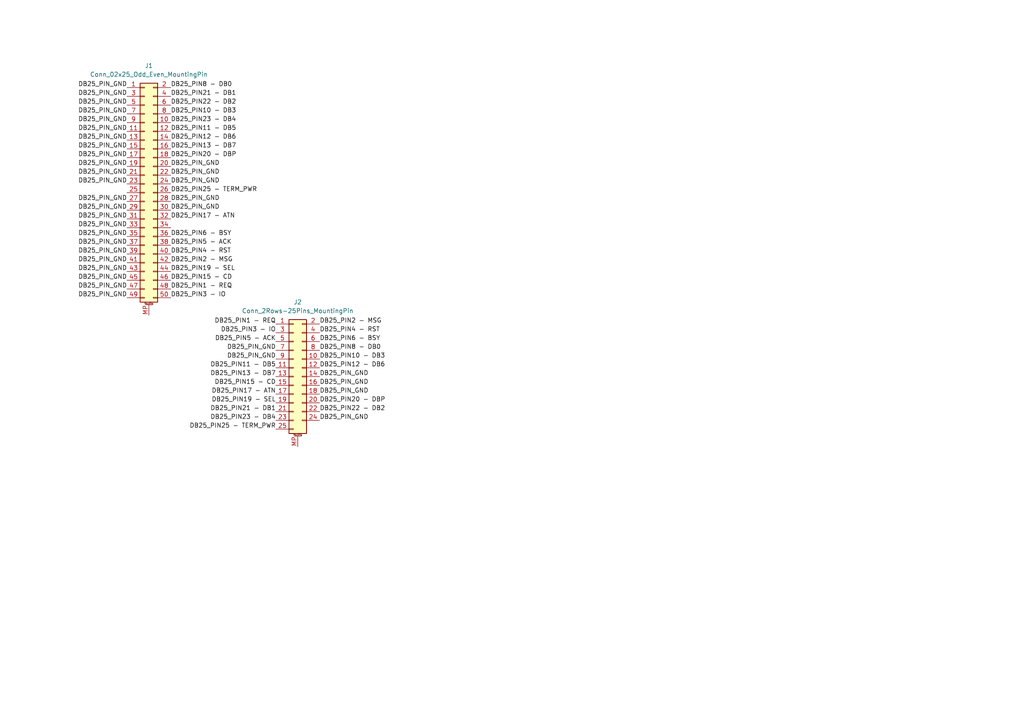
<source format=kicad_sch>
(kicad_sch (version 20231120) (generator "eeschema") (generator_version "8.0")
  (paper "A4")
  (lib_symbols
    (symbol "Connector_Generic_MountingPin:Conn_02x25_Odd_Even_MountingPin" (pin_names (offset 1.016) hide)
      (property "Reference" "J" (at 1.27 33.02 0))
      (property "Value" "Conn_02x25_Odd_Even_MountingPin" (at 2.54 -33.02 0))
      (symbol "Conn_02x25_Odd_Even_MountingPin_1_1"
        (rectangle (start -1.27 -30.353) (end 0 -30.607) (stroke (width 0.1524)))
        (rectangle (start -1.27 -27.813) (end 0 -28.067) (stroke (width 0.1524)))
        (rectangle (start -1.27 -25.273) (end 0 -25.527) (stroke (width 0.1524)))
        (rectangle (start -1.27 -22.733) (end 0 -22.987) (stroke (width 0.1524)))
        (rectangle (start -1.27 -20.193) (end 0 -20.447) (stroke (width 0.1524)))
        (rectangle (start -1.27 -17.653) (end 0 -17.907) (stroke (width 0.1524)))
        (rectangle (start -1.27 -15.113) (end 0 -15.367) (stroke (width 0.1524)))
        (rectangle (start -1.27 -12.573) (end 0 -12.827) (stroke (width 0.1524)))
        (rectangle (start -1.27 -10.033) (end 0 -10.287) (stroke (width 0.1524)))
        (rectangle (start -1.27 -7.493) (end 0 -7.747) (stroke (width 0.1524)))
        (rectangle (start -1.27 -4.953) (end 0 -5.207) (stroke (width 0.1524)))
        (rectangle (start -1.27 -2.413) (end 0 -2.667) (stroke (width 0.1524)))
        (rectangle (start -1.27 0.127) (end 0 -0.127) (stroke (width 0.1524)))
        (rectangle (start -1.27 2.667) (end 0 2.413) (stroke (width 0.1524)))
        (rectangle (start -1.27 5.207) (end 0 4.953) (stroke (width 0.1524)))
        (rectangle (start -1.27 7.747) (end 0 7.493) (stroke (width 0.1524)))
        (rectangle (start -1.27 10.287) (end 0 10.033) (stroke (width 0.1524)))
        (rectangle (start -1.27 12.827) (end 0 12.573) (stroke (width 0.1524)))
        (rectangle (start -1.27 15.367) (end 0 15.113) (stroke (width 0.1524)))
        (rectangle (start -1.27 17.907) (end 0 17.653) (stroke (width 0.1524)))
        (rectangle (start -1.27 20.447) (end 0 20.193) (stroke (width 0.1524)))
        (rectangle (start -1.27 22.987) (end 0 22.733) (stroke (width 0.1524)))
        (rectangle (start -1.27 25.527) (end 0 25.273) (stroke (width 0.1524)))
        (rectangle (start -1.27 28.067) (end 0 27.813) (stroke (width 0.1524)))
        (rectangle (start -1.27 30.607) (end 0 30.353) (stroke (width 0.1524)))
        (rectangle (start -1.27 31.75) (end 3.81 -31.75) (stroke (width 0.254)) (fill (type background)))
        (polyline (pts (xy 0.254 -32.512) (xy 2.286 -32.512)) (stroke (width 0.1524)))
        (rectangle (start 3.81 -30.353) (end 2.54 -30.607) (stroke (width 0.1524)))
        (rectangle (start 3.81 -27.813) (end 2.54 -28.067) (stroke (width 0.1524)))
        (rectangle (start 3.81 -25.273) (end 2.54 -25.527) (stroke (width 0.1524)))
        (rectangle (start 3.81 -22.733) (end 2.54 -22.987) (stroke (width 0.1524)))
        (rectangle (start 3.81 -20.193) (end 2.54 -20.447) (stroke (width 0.1524)))
        (rectangle (start 3.81 -17.653) (end 2.54 -17.907) (stroke (width 0.1524)))
        (rectangle (start 3.81 -15.113) (end 2.54 -15.367) (stroke (width 0.1524)))
        (rectangle (start 3.81 -12.573) (end 2.54 -12.827) (stroke (width 0.1524)))
        (rectangle (start 3.81 -10.033) (end 2.54 -10.287) (stroke (width 0.1524)))
        (rectangle (start 3.81 -7.493) (end 2.54 -7.747) (stroke (width 0.1524)))
        (rectangle (start 3.81 -4.953) (end 2.54 -5.207) (stroke (width 0.1524)))
        (rectangle (start 3.81 -2.413) (end 2.54 -2.667) (stroke (width 0.1524)))
        (rectangle (start 3.81 0.127) (end 2.54 -0.127) (stroke (width 0.1524)))
        (rectangle (start 3.81 2.667) (end 2.54 2.413) (stroke (width 0.1524)))
        (rectangle (start 3.81 5.207) (end 2.54 4.953) (stroke (width 0.1524)))
        (rectangle (start 3.81 7.747) (end 2.54 7.493) (stroke (width 0.1524)))
        (rectangle (start 3.81 10.287) (end 2.54 10.033) (stroke (width 0.1524)))
        (rectangle (start 3.81 12.827) (end 2.54 12.573) (stroke (width 0.1524)))
        (rectangle (start 3.81 15.367) (end 2.54 15.113) (stroke (width 0.1524)))
        (rectangle (start 3.81 17.907) (end 2.54 17.653) (stroke (width 0.1524)))
        (rectangle (start 3.81 20.447) (end 2.54 20.193) (stroke (width 0.1524)))
        (rectangle (start 3.81 22.987) (end 2.54 22.733) (stroke (width 0.1524)))
        (rectangle (start 3.81 25.527) (end 2.54 25.273) (stroke (width 0.1524)))
        (rectangle (start 3.81 28.067) (end 2.54 27.813) (stroke (width 0.1524)))
        (rectangle (start 3.81 30.607) (end 2.54 30.353) (stroke (width 0.1524)))
        (text "Mounting" (at 1.27 -32.131 0) (effects (font (size 0.381 0.381))))
        (pin passive line (at -5.08 30.48 0) (length 3.81) (name "Pin_1") (number "1"))
        (pin passive line (at 7.62 20.32 180) (length 3.81) (name "Pin_10") (number "10"))
        (pin passive line (at -5.08 17.78 0) (length 3.81) (name "Pin_11") (number "11"))
        (pin passive line (at 7.62 17.78 180) (length 3.81) (name "Pin_12") (number "12"))
        (pin passive line (at -5.08 15.24 0) (length 3.81) (name "Pin_13") (number "13"))
        (pin passive line (at 7.62 15.24 180) (length 3.81) (name "Pin_14") (number "14"))
        (pin passive line (at -5.08 12.7 0) (length 3.81) (name "Pin_15") (number "15"))
        (pin passive line (at 7.62 12.7 180) (length 3.81) (name "Pin_16") (number "16"))
        (pin passive line (at -5.08 10.16 0) (length 3.81) (name "Pin_17") (number "17"))
        (pin passive line (at 7.62 10.16 180) (length 3.81) (name "Pin_18") (number "18"))
        (pin passive line (at -5.08 7.62 0) (length 3.81) (name "Pin_19") (number "19"))
        (pin passive line (at 7.62 30.48 180) (length 3.81) (name "Pin_2") (number "2"))
        (pin passive line (at 7.62 7.62 180) (length 3.81) (name "Pin_20") (number "20"))
        (pin passive line (at -5.08 5.08 0) (length 3.81) (name "Pin_21") (number "21"))
        (pin passive line (at 7.62 5.08 180) (length 3.81) (name "Pin_22") (number "22"))
        (pin passive line (at -5.08 2.54 0) (length 3.81) (name "Pin_23") (number "23"))
        (pin passive line (at 7.62 2.54 180) (length 3.81) (name "Pin_24") (number "24"))
        (pin passive line (at -5.08 0 0) (length 3.81) (name "Pin_25") (number "25"))
        (pin passive line (at 7.62 0 180) (length 3.81) (name "Pin_26") (number "26"))
        (pin passive line (at -5.08 -2.54 0) (length 3.81) (name "Pin_27") (number "27"))
        (pin passive line (at 7.62 -2.54 180) (length 3.81) (name "Pin_28") (number "28"))
        (pin passive line (at -5.08 -5.08 0) (length 3.81) (name "Pin_29") (number "29"))
        (pin passive line (at -5.08 27.94 0) (length 3.81) (name "Pin_3") (number "3"))
        (pin passive line (at 7.62 -5.08 180) (length 3.81) (name "Pin_30") (number "30"))
        (pin passive line (at -5.08 -7.62 0) (length 3.81) (name "Pin_31") (number "31"))
        (pin passive line (at 7.62 -7.62 180) (length 3.81) (name "Pin_32") (number "32"))
        (pin passive line (at -5.08 -10.16 0) (length 3.81) (name "Pin_33") (number "33"))
        (pin passive line (at 7.62 -10.16 180) (length 3.81) (name "Pin_34") (number "34"))
        (pin passive line (at -5.08 -12.7 0) (length 3.81) (name "Pin_35") (number "35"))
        (pin passive line (at 7.62 -12.7 180) (length 3.81) (name "Pin_36") (number "36"))
        (pin passive line (at -5.08 -15.24 0) (length 3.81) (name "Pin_37") (number "37"))
        (pin passive line (at 7.62 -15.24 180) (length 3.81) (name "Pin_38") (number "38"))
        (pin passive line (at -5.08 -17.78 0) (length 3.81) (name "Pin_39") (number "39"))
        (pin passive line (at 7.62 27.94 180) (length 3.81) (name "Pin_4") (number "4"))
        (pin passive line (at 7.62 -17.78 180) (length 3.81) (name "Pin_40") (number "40"))
        (pin passive line (at -5.08 -20.32 0) (length 3.81) (name "Pin_41") (number "41"))
        (pin passive line (at 7.62 -20.32 180) (length 3.81) (name "Pin_42") (number "42"))
        (pin passive line (at -5.08 -22.86 0) (length 3.81) (name "Pin_43") (number "43"))
        (pin passive line (at 7.62 -22.86 180) (length 3.81) (name "Pin_44") (number "44"))
        (pin passive line (at -5.08 -25.4 0) (length 3.81) (name "Pin_45") (number "45"))
        (pin passive line (at 7.62 -25.4 180) (length 3.81) (name "Pin_46") (number "46"))
        (pin passive line (at -5.08 -27.94 0) (length 3.81) (name "Pin_47") (number "47"))
        (pin passive line (at 7.62 -27.94 180) (length 3.81) (name "Pin_48") (number "48"))
        (pin passive line (at -5.08 -30.48 0) (length 3.81) (name "Pin_49") (number "49"))
        (pin passive line (at -5.08 25.4 0) (length 3.81) (name "Pin_5") (number "5"))
        (pin passive line (at 7.62 -30.48 180) (length 3.81) (name "Pin_50") (number "50"))
        (pin passive line (at 7.62 25.4 180) (length 3.81) (name "Pin_6") (number "6"))
        (pin passive line (at -5.08 22.86 0) (length 3.81) (name "Pin_7") (number "7"))
        (pin passive line (at 7.62 22.86 180) (length 3.81) (name "Pin_8") (number "8"))
        (pin passive line (at -5.08 20.32 0) (length 3.81) (name "Pin_9") (number "9"))
        (pin passive line (at 1.27 -35.56 90) (length 3.048) (name "MountPin") (number "MP"))
      )
    )
    (symbol "Connector_Generic_MountingPin:Conn_2Rows-25Pins_MountingPin" (pin_names (offset 1.016) hide)
      (property "Reference" "J" (at 1.27 17.78 0))
      (property "Value" "Conn_2Rows-25Pins_MountingPin" (at 2.54 -17.78 0))
      (symbol "Conn_2Rows-25Pins_MountingPin_1_1"
        (rectangle (start -1.27 -15.113) (end 0 -15.367) (stroke (width 0.1524)))
        (rectangle (start -1.27 -12.573) (end 0 -12.827) (stroke (width 0.1524)))
        (rectangle (start -1.27 -10.033) (end 0 -10.287) (stroke (width 0.1524)))
        (rectangle (start -1.27 -7.493) (end 0 -7.747) (stroke (width 0.1524)))
        (rectangle (start -1.27 -4.953) (end 0 -5.207) (stroke (width 0.1524)))
        (rectangle (start -1.27 -2.413) (end 0 -2.667) (stroke (width 0.1524)))
        (rectangle (start -1.27 0.127) (end 0 -0.127) (stroke (width 0.1524)))
        (rectangle (start -1.27 2.667) (end 0 2.413) (stroke (width 0.1524)))
        (rectangle (start -1.27 5.207) (end 0 4.953) (stroke (width 0.1524)))
        (rectangle (start -1.27 7.747) (end 0 7.493) (stroke (width 0.1524)))
        (rectangle (start -1.27 10.287) (end 0 10.033) (stroke (width 0.1524)))
        (rectangle (start -1.27 12.827) (end 0 12.573) (stroke (width 0.1524)))
        (rectangle (start -1.27 15.367) (end 0 15.113) (stroke (width 0.1524)))
        (rectangle (start -1.27 16.51) (end 3.81 -16.51) (stroke (width 0.254)) (fill (type background)))
        (polyline (pts (xy 0.254 -17.272) (xy 2.286 -17.272)) (stroke (width 0.1524)))
        (rectangle (start 3.81 -12.573) (end 2.54 -12.827) (stroke (width 0.1524)))
        (rectangle (start 3.81 -10.033) (end 2.54 -10.287) (stroke (width 0.1524)))
        (rectangle (start 3.81 -7.493) (end 2.54 -7.747) (stroke (width 0.1524)))
        (rectangle (start 3.81 -4.953) (end 2.54 -5.207) (stroke (width 0.1524)))
        (rectangle (start 3.81 -2.413) (end 2.54 -2.667) (stroke (width 0.1524)))
        (rectangle (start 3.81 0.127) (end 2.54 -0.127) (stroke (width 0.1524)))
        (rectangle (start 3.81 2.667) (end 2.54 2.413) (stroke (width 0.1524)))
        (rectangle (start 3.81 5.207) (end 2.54 4.953) (stroke (width 0.1524)))
        (rectangle (start 3.81 7.747) (end 2.54 7.493) (stroke (width 0.1524)))
        (rectangle (start 3.81 10.287) (end 2.54 10.033) (stroke (width 0.1524)))
        (rectangle (start 3.81 12.827) (end 2.54 12.573) (stroke (width 0.1524)))
        (rectangle (start 3.81 15.367) (end 2.54 15.113) (stroke (width 0.1524)))
        (text "Mounting" (at 1.27 -16.891 0) (effects (font (size 0.381 0.381))))
        (pin passive line (at -5.08 15.24 0) (length 3.81) (name "Pin_1") (number "1"))
        (pin passive line (at 7.62 5.08 180) (length 3.81) (name "Pin_10") (number "10"))
        (pin passive line (at -5.08 2.54 0) (length 3.81) (name "Pin_11") (number "11"))
        (pin passive line (at 7.62 2.54 180) (length 3.81) (name "Pin_12") (number "12"))
        (pin passive line (at -5.08 0 0) (length 3.81) (name "Pin_13") (number "13"))
        (pin passive line (at 7.62 0 180) (length 3.81) (name "Pin_14") (number "14"))
        (pin passive line (at -5.08 -2.54 0) (length 3.81) (name "Pin_15") (number "15"))
        (pin passive line (at 7.62 -2.54 180) (length 3.81) (name "Pin_16") (number "16"))
        (pin passive line (at -5.08 -5.08 0) (length 3.81) (name "Pin_17") (number "17"))
        (pin passive line (at 7.62 -5.08 180) (length 3.81) (name "Pin_18") (number "18"))
        (pin passive line (at -5.08 -7.62 0) (length 3.81) (name "Pin_19") (number "19"))
        (pin passive line (at 7.62 15.24 180) (length 3.81) (name "Pin_2") (number "2"))
        (pin passive line (at 7.62 -7.62 180) (length 3.81) (name "Pin_20") (number "20"))
        (pin passive line (at -5.08 -10.16 0) (length 3.81) (name "Pin_21") (number "21"))
        (pin passive line (at 7.62 -10.16 180) (length 3.81) (name "Pin_22") (number "22"))
        (pin passive line (at -5.08 -12.7 0) (length 3.81) (name "Pin_23") (number "23"))
        (pin passive line (at 7.62 -12.7 180) (length 3.81) (name "Pin_24") (number "24"))
        (pin passive line (at -5.08 -15.24 0) (length 3.81) (name "Pin_25") (number "25"))
        (pin passive line (at -5.08 12.7 0) (length 3.81) (name "Pin_3") (number "3"))
        (pin passive line (at 7.62 12.7 180) (length 3.81) (name "Pin_4") (number "4"))
        (pin passive line (at -5.08 10.16 0) (length 3.81) (name "Pin_5") (number "5"))
        (pin passive line (at 7.62 10.16 180) (length 3.81) (name "Pin_6") (number "6"))
        (pin passive line (at -5.08 7.62 0) (length 3.81) (name "Pin_7") (number "7"))
        (pin passive line (at 7.62 7.62 180) (length 3.81) (name "Pin_8") (number "8"))
        (pin passive line (at -5.08 5.08 0) (length 3.81) (name "Pin_9") (number "9"))
        (pin passive line (at 1.27 -20.32 90) (length 3.048) (name "MountPin") (number "MP"))
      )
    )
  )
  (label "DB25_PIN4 - RST" (at 92.71 96.52 0))
  (label "DB25_PIN2 - MSG" (at 49.53 76.2 0))
  (label "DB25_PIN15 - CD" (at 49.53 81.28 0))
  (label "DB25_PIN10 - DB3" (at 49.53 33.02 0))
  (label "DB25_PIN_GND" (at 36.83 81.28 180))
  (label "DB25_PIN_GND" (at 36.83 58.42 180))
  (label "DB25_PIN_GND" (at 36.83 27.94 180))
  (label "DB25_PIN25 - TERM_PWR" (at 49.53 55.88 0))
  (label "DB25_PIN_GND" (at 49.53 50.8 0))
  (label "DB25_PIN25 - TERM_PWR" (at 80.01 124.46 180))
  (label "DB25_PIN20 - DBP" (at 92.71 116.84 0))
  (label "DB25_PIN_GND" (at 92.71 109.22 0))
  (label "DB25_PIN_GND" (at 36.83 63.5 180))
  (label "DB25_PIN6 - BSY" (at 49.53 68.58 0))
  (label "DB25_PIN_GND" (at 49.53 53.34 0))
  (label "DB25_PIN4 - RST" (at 49.53 73.66 0))
  (label "DB25_PIN13 - DB7" (at 80.01 109.22 180))
  (label "DB25_PIN_GND" (at 49.53 58.42 0))
  (label "DB25_PIN_GND" (at 92.71 111.76 0))
  (label "DB25_PIN_GND" (at 80.01 104.14 180))
  (label "DB25_PIN5 - ACK" (at 49.53 71.12 0))
  (label "DB25_PIN_GND" (at 36.83 45.72 180))
  (label "DB25_PIN17 - ATN" (at 80.01 114.3 180))
  (label "DB25_PIN_GND" (at 36.83 50.8 180))
  (label "DB25_PIN23 - DB4" (at 49.53 35.56 0))
  (label "DB25_PIN22 - DB2" (at 92.71 119.38 0))
  (label "DB25_PIN12 - DB6" (at 49.53 40.64 0))
  (label "DB25_PIN20 - DBP" (at 49.53 45.72 0))
  (label "DB25_PIN21 - DB1" (at 49.53 27.94 0))
  (label "DB25_PIN_GND" (at 36.83 25.4 180))
  (label "DB25_PIN23 - DB4" (at 80.01 121.92 180))
  (label "DB25_PIN_GND" (at 36.83 68.58 180))
  (label "DB25_PIN12 - DB6" (at 92.71 106.68 0))
  (label "DB25_PIN3 - IO" (at 80.01 96.52 180))
  (label "DB25_PIN21 - DB1" (at 80.01 119.38 180))
  (label "DB25_PIN10 - DB3" (at 92.71 104.14 0))
  (label "DB25_PIN_GND" (at 36.83 33.02 180))
  (label "DB25_PIN_GND" (at 36.83 83.82 180))
  (label "DB25_PIN_GND" (at 36.83 66.04 180))
  (label "DB25_PIN8 - DB0" (at 49.53 25.4 0))
  (label "DB25_PIN_GND" (at 36.83 40.64 180))
  (label "DB25_PIN_GND" (at 36.83 35.56 180))
  (label "DB25_PIN_GND" (at 49.53 60.96 0))
  (label "DB25_PIN_GND" (at 36.83 71.12 180))
  (label "DB25_PIN_GND" (at 36.83 73.66 180))
  (label "DB25_PIN5 - ACK" (at 80.01 99.06 180))
  (label "DB25_PIN11 - DB5" (at 80.01 106.68 180))
  (label "DB25_PIN19 - SEL" (at 80.01 116.84 180))
  (label "DB25_PIN_GND" (at 36.83 78.74 180))
  (label "DB25_PIN_GND" (at 36.83 60.96 180))
  (label "DB25_PIN11 - DB5" (at 49.53 38.1 0))
  (label "DB25_PIN1 - REQ" (at 80.01 93.98 180))
  (label "DB25_PIN_GND" (at 80.01 101.6 180))
  (label "DB25_PIN_GND" (at 36.83 76.2 180))
  (label "DB25_PIN_GND" (at 49.53 48.26 0))
  (label "DB25_PIN1 - REQ" (at 49.53 83.82 0))
  (label "DB25_PIN_GND" (at 36.83 43.18 180))
  (label "DB25_PIN8 - DB0" (at 92.71 101.6 0))
  (label "DB25_PIN3 - IO" (at 49.53 86.36 0))
  (label "DB25_PIN_GND" (at 36.83 86.36 180))
  (label "DB25_PIN_GND" (at 36.83 48.26 180))
  (label "DB25_PIN_GND" (at 36.83 38.1 180))
  (label "DB25_PIN2 - MSG" (at 92.71 93.98 0))
  (label "DB25_PIN17 - ATN" (at 49.53 63.5 0))
  (label "DB25_PIN_GND" (at 92.71 114.3 0))
  (label "DB25_PIN22 - DB2" (at 49.53 30.48 0))
  (label "DB25_PIN15 - CD" (at 80.01 111.76 180))
  (label "DB25_PIN_GND" (at 92.71 121.92 0))
  (label "DB25_PIN19 - SEL" (at 49.53 78.74 0))
  (label "DB25_PIN13 - DB7" (at 49.53 43.18 0))
  (label "DB25_PIN6 - BSY" (at 92.71 99.06 0))
  (label "DB25_PIN_GND" (at 36.83 53.34 180))
  (label "DB25_PIN_GND" (at 36.83 30.48 180))
  (symbol (lib_id "Connector_Generic_MountingPin:Conn_2Rows-25Pins_MountingPin") (at 85.09 109.22 0) (unit 1)
    (property "Reference" "J2" (at 86.36 87.63 0))
    (property "Value" "Conn_2Rows-25Pins_MountingPin" (at 86.36 90.17 0))
    (property "Footprint" "Connector_Dsub:DSUB-25_Female_Horizontal_P2.77x2.84mm_EdgePinOffset4.94mm_Housed_MountingHolesOffset4.94mm" (effects (hide yes)))
    (property "Description" "Generic connectable mounting pin connector, double row, 25 pins, odd/even pin numbering scheme (row 1 odd numbers, row 2 even numbers), script generated (kicad-library-utils/schlib/autogen/connector/)" (effects (hide yes)))
  )
  (symbol (lib_id "Connector_Generic_MountingPin:Conn_02x25_Odd_Even_MountingPin") (at 41.91 55.88 0) (unit 1)
    (property "Reference" "J1" (at 43.18 19.05 0))
    (property "Value" "Conn_02x25_Odd_Even_MountingPin" (at 43.18 21.59 0))
    (property "Footprint" "Connector_IDC:IDC-Header_2x25_P2.54mm_Vertical" (effects (hide yes)))
    (property "Description" "Generic connectable mounting pin connector, double row, 02x25, odd/even pin numbering scheme (row 1 odd numbers, row 2 even numbers), script generated (kicad-library-utils/schlib/autogen/connector/)" (effects (hide yes)))
  )
)
</source>
